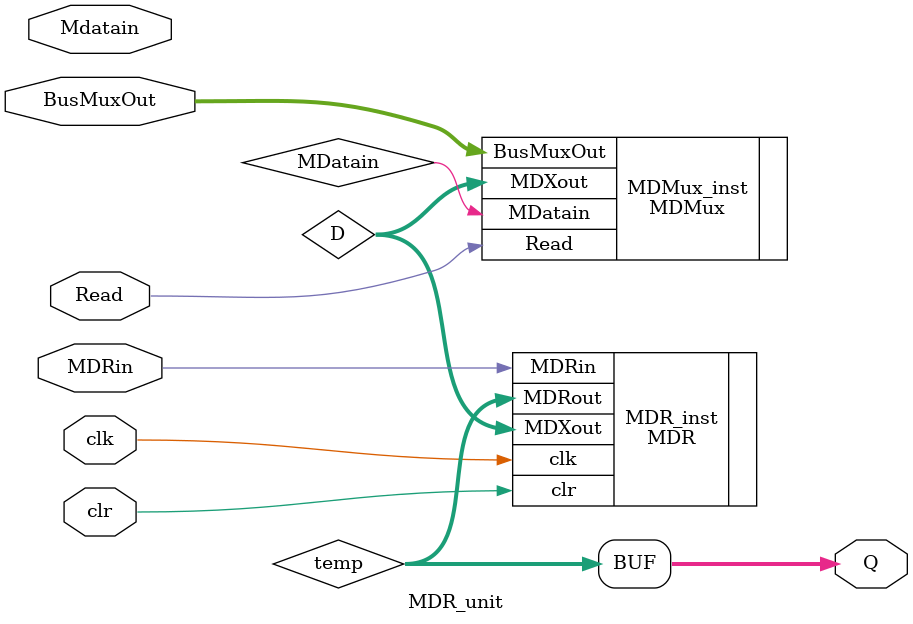
<source format=v>
module MDR_unit (input [31:0]Mdatain, BusMuxOut, input Read, clr, clk, MDRin, output [31:0] Q);
	
wire [31:0] D, temp;

MDMux MDMux_inst(.Read(Read), .BusMuxOut(BusMuxOut), .MDatain(MDatain), .MDXout(D));

//module MDR (MDXout, clr, clk, MDRin, MDRout);

MDR MDR_inst(.MDXout(D), .clr(clr), .clk(clk), .MDRin(MDRin), .MDRout(temp));


assign Q = temp;

endmodule
</source>
